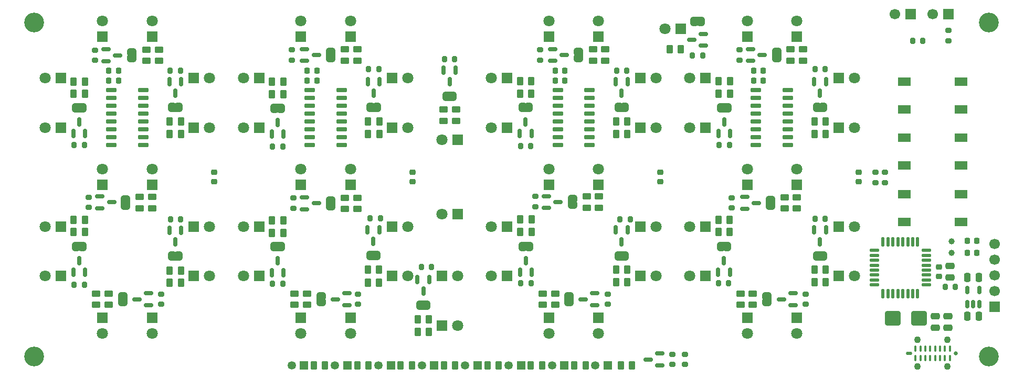
<source format=gbr>
%TF.GenerationSoftware,KiCad,Pcbnew,9.0.6-9.0.6~ubuntu24.04.1*%
%TF.CreationDate,2025-12-13T15:08:55+01:00*%
%TF.ProjectId,7_seg_led_tht_3mm,375f7365-675f-46c6-9564-5f7468745f33,1.0*%
%TF.SameCoordinates,Original*%
%TF.FileFunction,Soldermask,Bot*%
%TF.FilePolarity,Negative*%
%FSLAX46Y46*%
G04 Gerber Fmt 4.6, Leading zero omitted, Abs format (unit mm)*
G04 Created by KiCad (PCBNEW 9.0.6-9.0.6~ubuntu24.04.1) date 2025-12-13 15:08:55*
%MOMM*%
%LPD*%
G01*
G04 APERTURE LIST*
G04 Aperture macros list*
%AMRoundRect*
0 Rectangle with rounded corners*
0 $1 Rounding radius*
0 $2 $3 $4 $5 $6 $7 $8 $9 X,Y pos of 4 corners*
0 Add a 4 corners polygon primitive as box body*
4,1,4,$2,$3,$4,$5,$6,$7,$8,$9,$2,$3,0*
0 Add four circle primitives for the rounded corners*
1,1,$1+$1,$2,$3*
1,1,$1+$1,$4,$5*
1,1,$1+$1,$6,$7*
1,1,$1+$1,$8,$9*
0 Add four rect primitives between the rounded corners*
20,1,$1+$1,$2,$3,$4,$5,0*
20,1,$1+$1,$4,$5,$6,$7,0*
20,1,$1+$1,$6,$7,$8,$9,0*
20,1,$1+$1,$8,$9,$2,$3,0*%
%AMFreePoly0*
4,1,23,0.500000,-0.750000,0.000000,-0.750000,0.000000,-0.745722,-0.065263,-0.745722,-0.191342,-0.711940,-0.304381,-0.646677,-0.396677,-0.554381,-0.461940,-0.441342,-0.495722,-0.315263,-0.495722,-0.250000,-0.500000,-0.250000,-0.500000,0.250000,-0.495722,0.250000,-0.495722,0.315263,-0.461940,0.441342,-0.396677,0.554381,-0.304381,0.646677,-0.191342,0.711940,-0.065263,0.745722,0.000000,0.745722,
0.000000,0.750000,0.500000,0.750000,0.500000,-0.750000,0.500000,-0.750000,$1*%
%AMFreePoly1*
4,1,23,0.000000,0.745722,0.065263,0.745722,0.191342,0.711940,0.304381,0.646677,0.396677,0.554381,0.461940,0.441342,0.495722,0.315263,0.495722,0.250000,0.500000,0.250000,0.500000,-0.250000,0.495722,-0.250000,0.495722,-0.315263,0.461940,-0.441342,0.396677,-0.554381,0.304381,-0.646677,0.191342,-0.711940,0.065263,-0.745722,0.000000,-0.745722,0.000000,-0.750000,-0.500000,-0.750000,
-0.500000,0.750000,0.000000,0.750000,0.000000,0.745722,0.000000,0.745722,$1*%
G04 Aperture macros list end*
%ADD10R,1.700000X1.700000*%
%ADD11C,1.700000*%
%ADD12C,1.000000*%
%ADD13R,1.800000X1.800000*%
%ADD14C,1.800000*%
%ADD15R,1.350000X1.350000*%
%ADD16C,1.350000*%
%ADD17RoundRect,0.225000X-0.250000X0.225000X-0.250000X-0.225000X0.250000X-0.225000X0.250000X0.225000X0*%
%ADD18FreePoly0,270.000000*%
%ADD19FreePoly1,270.000000*%
%ADD20RoundRect,0.225000X0.225000X0.250000X-0.225000X0.250000X-0.225000X-0.250000X0.225000X-0.250000X0*%
%ADD21RoundRect,0.250000X0.262500X0.450000X-0.262500X0.450000X-0.262500X-0.450000X0.262500X-0.450000X0*%
%ADD22RoundRect,0.250000X1.000000X0.900000X-1.000000X0.900000X-1.000000X-0.900000X1.000000X-0.900000X0*%
%ADD23RoundRect,0.250000X-0.250000X-0.475000X0.250000X-0.475000X0.250000X0.475000X-0.250000X0.475000X0*%
%ADD24RoundRect,0.200000X-0.200000X-0.275000X0.200000X-0.275000X0.200000X0.275000X-0.200000X0.275000X0*%
%ADD25RoundRect,0.250000X-0.262500X-0.450000X0.262500X-0.450000X0.262500X0.450000X-0.262500X0.450000X0*%
%ADD26FreePoly0,90.000000*%
%ADD27FreePoly1,90.000000*%
%ADD28RoundRect,0.250000X-0.450000X0.262500X-0.450000X-0.262500X0.450000X-0.262500X0.450000X0.262500X0*%
%ADD29RoundRect,0.250000X0.450000X-0.262500X0.450000X0.262500X-0.450000X0.262500X-0.450000X-0.262500X0*%
%ADD30R,2.100000X1.400000*%
%ADD31FreePoly0,0.000000*%
%ADD32FreePoly1,0.000000*%
%ADD33C,0.660000*%
%ADD34O,1.000000X0.580000*%
%ADD35RoundRect,0.075000X0.075000X0.425000X-0.075000X0.425000X-0.075000X-0.425000X0.075000X-0.425000X0*%
%ADD36C,1.100000*%
%ADD37FreePoly0,180.000000*%
%ADD38FreePoly1,180.000000*%
%ADD39RoundRect,0.200000X0.275000X-0.200000X0.275000X0.200000X-0.275000X0.200000X-0.275000X-0.200000X0*%
%ADD40RoundRect,0.250000X-0.475000X0.250000X-0.475000X-0.250000X0.475000X-0.250000X0.475000X0.250000X0*%
%ADD41RoundRect,0.150000X0.150000X-0.587500X0.150000X0.587500X-0.150000X0.587500X-0.150000X-0.587500X0*%
%ADD42RoundRect,0.200000X0.200000X0.275000X-0.200000X0.275000X-0.200000X-0.275000X0.200000X-0.275000X0*%
%ADD43RoundRect,0.150000X0.725000X0.150000X-0.725000X0.150000X-0.725000X-0.150000X0.725000X-0.150000X0*%
%ADD44RoundRect,0.150000X0.587500X0.150000X-0.587500X0.150000X-0.587500X-0.150000X0.587500X-0.150000X0*%
%ADD45RoundRect,0.150000X-0.150000X0.587500X-0.150000X-0.587500X0.150000X-0.587500X0.150000X0.587500X0*%
%ADD46RoundRect,0.225000X-0.225000X-0.250000X0.225000X-0.250000X0.225000X0.250000X-0.225000X0.250000X0*%
%ADD47RoundRect,0.200000X-0.275000X0.200000X-0.275000X-0.200000X0.275000X-0.200000X0.275000X0.200000X0*%
%ADD48RoundRect,0.150000X0.150000X-0.512500X0.150000X0.512500X-0.150000X0.512500X-0.150000X-0.512500X0*%
%ADD49RoundRect,0.150000X-0.587500X-0.150000X0.587500X-0.150000X0.587500X0.150000X-0.587500X0.150000X0*%
%ADD50C,3.200000*%
%ADD51RoundRect,0.250000X0.250000X0.475000X-0.250000X0.475000X-0.250000X-0.475000X0.250000X-0.475000X0*%
%ADD52RoundRect,0.125000X0.625000X0.125000X-0.625000X0.125000X-0.625000X-0.125000X0.625000X-0.125000X0*%
%ADD53RoundRect,0.125000X0.125000X0.625000X-0.125000X0.625000X-0.125000X-0.625000X0.125000X-0.625000X0*%
G04 APERTURE END LIST*
%TO.C,JP6*%
G36*
X195450000Y-112600000D02*
G01*
X196950000Y-112600000D01*
X196950000Y-112900000D01*
X195450000Y-112900000D01*
X195450000Y-112600000D01*
G37*
%TO.C,JP27*%
G36*
X94500000Y-73450000D02*
G01*
X93000000Y-73450000D01*
X93000000Y-73150000D01*
X94500000Y-73150000D01*
X94500000Y-73450000D01*
G37*
%TO.C,JP20*%
G36*
X132600000Y-82500000D02*
G01*
X132900000Y-82500000D01*
X132900000Y-81000000D01*
X132600000Y-81000000D01*
X132600000Y-82500000D01*
G37*
%TO.C,JP32*%
G36*
X85400000Y-81050000D02*
G01*
X85100000Y-81050000D01*
X85100000Y-82550000D01*
X85400000Y-82550000D01*
X85400000Y-81050000D01*
G37*
%TO.C,JP9*%
G36*
X197525000Y-97325000D02*
G01*
X196025000Y-97325000D01*
X196025000Y-97025000D01*
X197525000Y-97025000D01*
X197525000Y-97325000D01*
G37*
%TO.C,JP14*%
G36*
X163500000Y-112600000D02*
G01*
X165000000Y-112600000D01*
X165000000Y-112900000D01*
X163500000Y-112900000D01*
X163500000Y-112600000D01*
G37*
%TO.C,JP3*%
G36*
X198500000Y-73400000D02*
G01*
X197000000Y-73400000D01*
X197000000Y-73100000D01*
X198500000Y-73100000D01*
X198500000Y-73400000D01*
G37*
%TO.C,JP26*%
G36*
X140600000Y-114500000D02*
G01*
X140900000Y-114500000D01*
X140900000Y-113000000D01*
X140600000Y-113000000D01*
X140600000Y-114500000D01*
G37*
%TO.C,JP33*%
G36*
X93475000Y-97275000D02*
G01*
X91975000Y-97275000D01*
X91975000Y-96975000D01*
X93475000Y-96975000D01*
X93475000Y-97275000D01*
G37*
%TO.C,JP17*%
G36*
X165550000Y-97175000D02*
G01*
X164050000Y-97175000D01*
X164050000Y-96875000D01*
X165550000Y-96875000D01*
X165550000Y-97175000D01*
G37*
%TO.C,JP24*%
G36*
X117400000Y-81100000D02*
G01*
X117100000Y-81100000D01*
X117100000Y-82600000D01*
X117400000Y-82600000D01*
X117400000Y-81100000D01*
G37*
%TO.C,JP19*%
G36*
X126550000Y-73400000D02*
G01*
X125050000Y-73400000D01*
X125050000Y-73100000D01*
X126550000Y-73100000D01*
X126550000Y-73400000D01*
G37*
%TO.C,JP30*%
G36*
X91500000Y-112600000D02*
G01*
X93000000Y-112600000D01*
X93000000Y-112900000D01*
X91500000Y-112900000D01*
X91500000Y-112600000D01*
G37*
%TO.C,JP31*%
G36*
X85400000Y-103450000D02*
G01*
X85100000Y-103450000D01*
X85100000Y-104950000D01*
X85400000Y-104950000D01*
X85400000Y-103450000D01*
G37*
%TO.C,JP23*%
G36*
X117400000Y-103500000D02*
G01*
X117100000Y-103500000D01*
X117100000Y-105000000D01*
X117400000Y-105000000D01*
X117400000Y-103500000D01*
G37*
%TO.C,JP8*%
G36*
X189450000Y-81050000D02*
G01*
X189150000Y-81050000D01*
X189150000Y-82550000D01*
X189450000Y-82550000D01*
X189450000Y-81050000D01*
G37*
%TO.C,JP18*%
G36*
X144850000Y-80700000D02*
G01*
X145150000Y-80700000D01*
X145150000Y-79200000D01*
X144850000Y-79200000D01*
X144850000Y-80700000D01*
G37*
%TO.C,JP29*%
G36*
X100600000Y-106550000D02*
G01*
X100900000Y-106550000D01*
X100900000Y-105050000D01*
X100600000Y-105050000D01*
X100600000Y-106550000D01*
G37*
%TO.C,JP5*%
G36*
X204600000Y-106500000D02*
G01*
X204900000Y-106500000D01*
X204900000Y-105000000D01*
X204600000Y-105000000D01*
X204600000Y-106500000D01*
G37*
%TO.C,JP16*%
G36*
X157400000Y-81000000D02*
G01*
X157100000Y-81000000D01*
X157100000Y-82500000D01*
X157400000Y-82500000D01*
X157400000Y-81000000D01*
G37*
%TO.C,JP13*%
G36*
X172600000Y-106500000D02*
G01*
X172900000Y-106500000D01*
X172900000Y-105000000D01*
X172600000Y-105000000D01*
X172600000Y-106500000D01*
G37*
%TO.C,JP28*%
G36*
X100600000Y-82500000D02*
G01*
X100900000Y-82500000D01*
X100900000Y-81000000D01*
X100600000Y-81000000D01*
X100600000Y-82500000D01*
G37*
%TO.C,JP12*%
G36*
X172600000Y-82500000D02*
G01*
X172900000Y-82500000D01*
X172900000Y-81000000D01*
X172600000Y-81000000D01*
X172600000Y-82500000D01*
G37*
%TO.C,JP25*%
G36*
X126550000Y-97400000D02*
G01*
X125050000Y-97400000D01*
X125050000Y-97100000D01*
X126550000Y-97100000D01*
X126550000Y-97400000D01*
G37*
%TO.C,JP7*%
G36*
X189400000Y-103450000D02*
G01*
X189100000Y-103450000D01*
X189100000Y-104950000D01*
X189400000Y-104950000D01*
X189400000Y-103450000D01*
G37*
%TO.C,JP10*%
G36*
X185150000Y-67050000D02*
G01*
X184850000Y-67050000D01*
X184850000Y-68550000D01*
X185150000Y-68550000D01*
X185150000Y-67050000D01*
G37*
%TO.C,JP4*%
G36*
X204600000Y-82500000D02*
G01*
X204900000Y-82500000D01*
X204900000Y-81000000D01*
X204600000Y-81000000D01*
X204600000Y-82500000D01*
G37*
%TO.C,JP11*%
G36*
X166550000Y-73400000D02*
G01*
X165050000Y-73400000D01*
X165050000Y-73100000D01*
X166550000Y-73100000D01*
X166550000Y-73400000D01*
G37*
%TO.C,JP22*%
G36*
X123500000Y-112600000D02*
G01*
X125000000Y-112600000D01*
X125000000Y-112900000D01*
X123500000Y-112900000D01*
X123500000Y-112600000D01*
G37*
%TO.C,JP21*%
G36*
X132550000Y-106450000D02*
G01*
X132850000Y-106450000D01*
X132850000Y-104950000D01*
X132550000Y-104950000D01*
X132550000Y-106450000D01*
G37*
%TO.C,JP15*%
G36*
X157450000Y-103450000D02*
G01*
X157150000Y-103450000D01*
X157150000Y-104950000D01*
X157450000Y-104950000D01*
X157450000Y-103450000D01*
G37*
%TD*%
D10*
%TO.C,J5*%
X232900004Y-113979932D03*
D11*
X232900004Y-111439932D03*
X232900004Y-108899932D03*
X232900004Y-106359932D03*
X232900004Y-103819932D03*
%TD*%
D12*
%TO.C,Y1*%
X225929590Y-103367291D03*
X225929590Y-105267291D03*
%TD*%
D13*
%TO.C,D5*%
X207730000Y-77000000D03*
D14*
X210270000Y-77000000D03*
%TD*%
D13*
%TO.C,D47*%
X121000000Y-94270000D03*
D14*
X121000000Y-91730000D03*
%TD*%
D13*
%TO.C,D44*%
X114270000Y-101000000D03*
D14*
X111730000Y-101000000D03*
%TD*%
D13*
%TO.C,D28*%
X154270000Y-109000000D03*
D14*
X151730000Y-109000000D03*
%TD*%
D13*
%TO.C,D23*%
X175730000Y-109000000D03*
D14*
X178270000Y-109000000D03*
%TD*%
D13*
%TO.C,D30*%
X154270000Y-85000000D03*
D14*
X151730000Y-85000000D03*
%TD*%
D13*
%TO.C,D17*%
X182270000Y-69000000D03*
D14*
X179730000Y-69000000D03*
%TD*%
D13*
%TO.C,D42*%
X129000000Y-115730000D03*
D14*
X129000000Y-118270000D03*
%TD*%
D15*
%TO.C,D68*%
X135500000Y-123500000D03*
D16*
X133500000Y-123500000D03*
%TD*%
D13*
%TO.C,D20*%
X161000000Y-70270000D03*
D14*
X161000000Y-67730000D03*
%TD*%
D13*
%TO.C,D49*%
X143730000Y-109000000D03*
D14*
X146270000Y-109000000D03*
%TD*%
D15*
%TO.C,D67*%
X128500000Y-123500000D03*
D16*
X126500000Y-123500000D03*
%TD*%
D13*
%TO.C,D54*%
X103730000Y-85000000D03*
D14*
X106270000Y-85000000D03*
%TD*%
D13*
%TO.C,D11*%
X186270000Y-101000000D03*
D14*
X183730000Y-101000000D03*
%TD*%
D13*
%TO.C,D16*%
X201000000Y-94270000D03*
D14*
X201000000Y-91730000D03*
%TD*%
D13*
%TO.C,D63*%
X89000000Y-94270000D03*
D14*
X89000000Y-91730000D03*
%TD*%
D13*
%TO.C,D27*%
X154270000Y-101000000D03*
D14*
X151730000Y-101000000D03*
%TD*%
D13*
%TO.C,D46*%
X114270000Y-77000000D03*
D14*
X111730000Y-77000000D03*
%TD*%
D13*
%TO.C,D12*%
X186270000Y-109000000D03*
D14*
X183730000Y-109000000D03*
%TD*%
D13*
%TO.C,D33*%
X146270000Y-99000000D03*
D14*
X143730000Y-99000000D03*
%TD*%
D13*
%TO.C,D8*%
X207730000Y-109000000D03*
D14*
X210270000Y-109000000D03*
%TD*%
D13*
%TO.C,D39*%
X135730000Y-109000000D03*
D14*
X138270000Y-109000000D03*
%TD*%
D13*
%TO.C,D45*%
X114270000Y-85000000D03*
D14*
X111730000Y-85000000D03*
%TD*%
D13*
%TO.C,D55*%
X103730000Y-109000000D03*
D14*
X106270000Y-109000000D03*
%TD*%
D13*
%TO.C,D25*%
X169000000Y-115730000D03*
D14*
X169000000Y-118270000D03*
%TD*%
D13*
%TO.C,D52*%
X89000000Y-70270000D03*
D14*
X89000000Y-67730000D03*
%TD*%
D13*
%TO.C,D59*%
X82270000Y-101000000D03*
D14*
X79730000Y-101000000D03*
%TD*%
D15*
%TO.C,D72*%
X170500000Y-123500000D03*
D16*
X168500000Y-123500000D03*
%TD*%
D13*
%TO.C,D34*%
X146270000Y-87000000D03*
D14*
X143730000Y-87000000D03*
%TD*%
D13*
%TO.C,D22*%
X175730000Y-85000000D03*
D14*
X178270000Y-85000000D03*
%TD*%
D13*
%TO.C,D38*%
X135730000Y-77000000D03*
D14*
X138270000Y-77000000D03*
%TD*%
D13*
%TO.C,D15*%
X193000000Y-94270000D03*
D14*
X193000000Y-91730000D03*
%TD*%
D13*
%TO.C,D43*%
X114270000Y-109000000D03*
D14*
X111730000Y-109000000D03*
%TD*%
D13*
%TO.C,D4*%
X201000000Y-70270000D03*
D14*
X201000000Y-67730000D03*
%TD*%
D13*
%TO.C,D36*%
X129000000Y-70270000D03*
D14*
X129000000Y-67730000D03*
%TD*%
D13*
%TO.C,D21*%
X175730000Y-77000000D03*
D14*
X178270000Y-77000000D03*
%TD*%
D13*
%TO.C,D53*%
X103730000Y-77000000D03*
D14*
X106270000Y-77000000D03*
%TD*%
D13*
%TO.C,D31*%
X161000000Y-94270000D03*
D14*
X161000000Y-91730000D03*
%TD*%
D13*
%TO.C,D40*%
X135730000Y-101000000D03*
D14*
X138270000Y-101000000D03*
%TD*%
D13*
%TO.C,D13*%
X186270000Y-77000000D03*
D14*
X183730000Y-77000000D03*
%TD*%
D15*
%TO.C,D71*%
X156500000Y-123500000D03*
D16*
X154500000Y-123500000D03*
%TD*%
D13*
%TO.C,D41*%
X121000000Y-115730000D03*
D14*
X121000000Y-118270000D03*
%TD*%
D13*
%TO.C,D6*%
X207730000Y-85000000D03*
D14*
X210270000Y-85000000D03*
%TD*%
D13*
%TO.C,D61*%
X82270000Y-77000000D03*
D14*
X79730000Y-77000000D03*
%TD*%
D15*
%TO.C,D2*%
X121500000Y-123500000D03*
D16*
X119500000Y-123500000D03*
%TD*%
D13*
%TO.C,D56*%
X103730000Y-101000000D03*
D14*
X106270000Y-101000000D03*
%TD*%
D13*
%TO.C,D35*%
X121000000Y-70270000D03*
D14*
X121000000Y-67730000D03*
%TD*%
D13*
%TO.C,D3*%
X193000000Y-70270000D03*
D14*
X193000000Y-67730000D03*
%TD*%
D13*
%TO.C,D37*%
X135730000Y-85000000D03*
D14*
X138270000Y-85000000D03*
%TD*%
D13*
%TO.C,D48*%
X129000000Y-94270000D03*
D14*
X129000000Y-91730000D03*
%TD*%
D13*
%TO.C,D10*%
X201000000Y-115730000D03*
D14*
X201000000Y-118270000D03*
%TD*%
D15*
%TO.C,D69*%
X142500000Y-123500000D03*
D16*
X140500000Y-123500000D03*
%TD*%
D13*
%TO.C,D29*%
X154270000Y-77000000D03*
D14*
X151730000Y-77000000D03*
%TD*%
D13*
%TO.C,D58*%
X97000000Y-115730000D03*
D14*
X97000000Y-118270000D03*
%TD*%
D13*
%TO.C,D60*%
X82270000Y-109000000D03*
D14*
X79730000Y-109000000D03*
%TD*%
D13*
%TO.C,D19*%
X169000000Y-70270000D03*
D14*
X169000000Y-67730000D03*
%TD*%
D13*
%TO.C,D14*%
X186270000Y-85000000D03*
D14*
X183730000Y-85000000D03*
%TD*%
D13*
%TO.C,D7*%
X207730000Y-101000000D03*
D14*
X210270000Y-101000000D03*
%TD*%
D13*
%TO.C,D24*%
X175730000Y-101000000D03*
D14*
X178270000Y-101000000D03*
%TD*%
D13*
%TO.C,D51*%
X97000000Y-70270000D03*
D14*
X97000000Y-67730000D03*
%TD*%
D13*
%TO.C,D9*%
X193000000Y-115730000D03*
D14*
X193000000Y-118270000D03*
%TD*%
D13*
%TO.C,D57*%
X89000000Y-115730000D03*
D14*
X89000000Y-118270000D03*
%TD*%
D15*
%TO.C,D70*%
X149500000Y-123500000D03*
D16*
X147500000Y-123500000D03*
%TD*%
D13*
%TO.C,D50*%
X143730000Y-117000000D03*
D14*
X146270000Y-117000000D03*
%TD*%
D13*
%TO.C,D26*%
X161000000Y-115730000D03*
D14*
X161000000Y-118270000D03*
%TD*%
D15*
%TO.C,D73*%
X163500000Y-123500000D03*
D16*
X161500000Y-123500000D03*
%TD*%
D13*
%TO.C,D64*%
X97000000Y-94270000D03*
D14*
X97000000Y-91730000D03*
%TD*%
D13*
%TO.C,D32*%
X169000000Y-94270000D03*
D14*
X169000000Y-91730000D03*
%TD*%
D13*
%TO.C,D62*%
X82270000Y-85000000D03*
D14*
X79730000Y-85000000D03*
%TD*%
D17*
%TO.C,C19*%
X179000000Y-92225000D03*
X179000000Y-93775000D03*
%TD*%
D18*
%TO.C,JP6*%
X196200000Y-112100000D03*
D19*
X196200000Y-113400000D03*
%TD*%
D20*
%TO.C,C15*%
X123575000Y-77400000D03*
X122025000Y-77400000D03*
%TD*%
D21*
%TO.C,R66*%
X118162500Y-102000000D03*
X116337500Y-102000000D03*
%TD*%
D22*
%TO.C,D1*%
X220750000Y-115800000D03*
X216450000Y-115800000D03*
%TD*%
D23*
%TO.C,C3*%
X228500000Y-115500000D03*
X230400000Y-115500000D03*
%TD*%
D24*
%TO.C,R35*%
X172475000Y-99800000D03*
X174125000Y-99800000D03*
%TD*%
D25*
%TO.C,R12*%
X203837500Y-108000000D03*
X205662500Y-108000000D03*
%TD*%
D17*
%TO.C,C18*%
X211000000Y-92225000D03*
X211000000Y-93775000D03*
%TD*%
D26*
%TO.C,JP27*%
X93750000Y-73950000D03*
D27*
X93750000Y-72650000D03*
%TD*%
D28*
%TO.C,R52*%
X144000000Y-82087500D03*
X144000000Y-83912500D03*
%TD*%
D20*
%TO.C,C16*%
X91575000Y-75800000D03*
X90025000Y-75800000D03*
%TD*%
D21*
%TO.C,R69*%
X118162500Y-79600000D03*
X116337500Y-79600000D03*
%TD*%
D29*
%TO.C,R97*%
X97025000Y-98037500D03*
X97025000Y-96212500D03*
%TD*%
D21*
%TO.C,R19*%
X190162500Y-101900000D03*
X188337500Y-101900000D03*
%TD*%
D30*
%TO.C,SW3*%
X218350000Y-100250000D03*
X227450000Y-100250000D03*
X218350000Y-95750000D03*
X227450000Y-95750000D03*
%TD*%
D31*
%TO.C,JP20*%
X132100000Y-81750000D03*
D32*
X133400000Y-81750000D03*
%TD*%
D33*
%TO.C,J1*%
X226640000Y-121500000D03*
D34*
X219140000Y-121500000D03*
D35*
X225670000Y-120740000D03*
X224880000Y-120740000D03*
X224090000Y-120740000D03*
X223300000Y-120740000D03*
X222510000Y-120740000D03*
X221720000Y-120740000D03*
X220930000Y-120740000D03*
X220140000Y-120740000D03*
X220140000Y-122260000D03*
X220930000Y-122260000D03*
X221720000Y-122260000D03*
X222510000Y-122260000D03*
X223300000Y-122260000D03*
X224090000Y-122260000D03*
X224880000Y-122260000D03*
X225670000Y-122260000D03*
D36*
X225290000Y-123650000D03*
X225290000Y-119350000D03*
X220490000Y-123650000D03*
X220490000Y-119350000D03*
%TD*%
D37*
%TO.C,JP32*%
X85900000Y-81800000D03*
D38*
X84600000Y-81800000D03*
%TD*%
D39*
%TO.C,R6*%
X191750000Y-74075000D03*
X191750000Y-72425000D03*
%TD*%
D26*
%TO.C,JP9*%
X196775000Y-97825000D03*
D27*
X196775000Y-96525000D03*
%TD*%
D40*
%TO.C,C2*%
X225400000Y-115500000D03*
X225400000Y-117400000D03*
%TD*%
D20*
%TO.C,C14*%
X123575000Y-75800000D03*
X122025000Y-75800000D03*
%TD*%
D41*
%TO.C,Q22*%
X118200000Y-86037500D03*
X116300000Y-86037500D03*
X117250000Y-84162500D03*
%TD*%
D28*
%TO.C,R16*%
X193900000Y-111837500D03*
X193900000Y-113662500D03*
%TD*%
D21*
%TO.C,R22*%
X190212500Y-79500000D03*
X188387500Y-79500000D03*
%TD*%
D42*
%TO.C,R17*%
X190025000Y-110200000D03*
X188375000Y-110200000D03*
%TD*%
D18*
%TO.C,JP14*%
X164250000Y-112100000D03*
D19*
X164250000Y-113400000D03*
%TD*%
D28*
%TO.C,R87*%
X88000000Y-111837500D03*
X88000000Y-113662500D03*
%TD*%
D17*
%TO.C,C9*%
X223900000Y-107525000D03*
X223900000Y-109075000D03*
%TD*%
D26*
%TO.C,JP3*%
X197750000Y-73900000D03*
D27*
X197750000Y-72600000D03*
%TD*%
D43*
%TO.C,U4*%
X167575000Y-78955000D03*
X167575000Y-80225000D03*
X167575000Y-81495000D03*
X167575000Y-82765000D03*
X167575000Y-84035000D03*
X167575000Y-85305000D03*
X167575000Y-86575000D03*
X167575000Y-87845000D03*
X162425000Y-87845000D03*
X162425000Y-86575000D03*
X162425000Y-85305000D03*
X162425000Y-84035000D03*
X162425000Y-82765000D03*
X162425000Y-81495000D03*
X162425000Y-80225000D03*
X162425000Y-78955000D03*
%TD*%
D44*
%TO.C,Q8*%
X185937500Y-69850000D03*
X185937500Y-71750000D03*
X184062500Y-70800000D03*
%TD*%
D45*
%TO.C,Q10*%
X171800000Y-77562500D03*
X173700000Y-77562500D03*
X172750000Y-79437500D03*
%TD*%
D24*
%TO.C,R56*%
X131925000Y-75500000D03*
X133575000Y-75500000D03*
%TD*%
D25*
%TO.C,R58*%
X131837500Y-84000000D03*
X133662500Y-84000000D03*
%TD*%
D45*
%TO.C,Q11*%
X171800000Y-101562500D03*
X173700000Y-101562500D03*
X172750000Y-103437500D03*
%TD*%
D28*
%TO.C,R64*%
X122000000Y-111837500D03*
X122000000Y-113662500D03*
%TD*%
D24*
%TO.C,R80*%
X99925000Y-75750000D03*
X101575000Y-75750000D03*
%TD*%
D21*
%TO.C,R27*%
X182312500Y-72300000D03*
X180487500Y-72300000D03*
%TD*%
D41*
%TO.C,Q21*%
X118200000Y-108437500D03*
X116300000Y-108437500D03*
X117250000Y-106562500D03*
%TD*%
D29*
%TO.C,R29*%
X170100000Y-74162500D03*
X170100000Y-72337500D03*
%TD*%
D42*
%TO.C,R89*%
X86075000Y-110450000D03*
X84425000Y-110450000D03*
%TD*%
D31*
%TO.C,JP26*%
X140100000Y-113750000D03*
D32*
X141400000Y-113750000D03*
%TD*%
D42*
%TO.C,R92*%
X86075000Y-87800000D03*
X84425000Y-87800000D03*
%TD*%
D46*
%TO.C,C7*%
X228504594Y-105267291D03*
X230054594Y-105267291D03*
%TD*%
D26*
%TO.C,JP33*%
X92725000Y-97775000D03*
D27*
X92725000Y-96475000D03*
%TD*%
D47*
%TO.C,R86*%
X98500000Y-111925000D03*
X98500000Y-113575000D03*
%TD*%
D44*
%TO.C,Q4*%
X200387500Y-111800000D03*
X200387500Y-113700000D03*
X198512500Y-112750000D03*
%TD*%
D28*
%TO.C,R51*%
X146000000Y-82087500D03*
X146000000Y-83912500D03*
%TD*%
D26*
%TO.C,JP17*%
X164800000Y-97675000D03*
D27*
X164800000Y-96375000D03*
%TD*%
D40*
%TO.C,C1*%
X223350000Y-115500000D03*
X223350000Y-117400000D03*
%TD*%
D37*
%TO.C,JP24*%
X117900000Y-81850000D03*
D38*
X116600000Y-81850000D03*
%TD*%
D25*
%TO.C,R33*%
X171837500Y-84000000D03*
X173662500Y-84000000D03*
%TD*%
D48*
%TO.C,U1*%
X230412500Y-113537500D03*
X229462500Y-113537500D03*
X228512500Y-113537500D03*
X228512500Y-111262500D03*
X230412500Y-111262500D03*
%TD*%
D25*
%TO.C,R13*%
X203837500Y-110000000D03*
X205662500Y-110000000D03*
%TD*%
%TO.C,R81*%
X99837500Y-84000000D03*
X101662500Y-84000000D03*
%TD*%
D26*
%TO.C,JP19*%
X125800000Y-73900000D03*
D27*
X125800000Y-72600000D03*
%TD*%
D20*
%TO.C,C13*%
X163575000Y-77400000D03*
X162025000Y-77400000D03*
%TD*%
D28*
%TO.C,R63*%
X120000000Y-111837500D03*
X120000000Y-113662500D03*
%TD*%
D18*
%TO.C,JP30*%
X92250000Y-112100000D03*
D19*
X92250000Y-113400000D03*
%TD*%
D25*
%TO.C,R76*%
X139837500Y-118000000D03*
X141662500Y-118000000D03*
%TD*%
D30*
%TO.C,SW1*%
X218350000Y-82050000D03*
X227450000Y-82050000D03*
X218350000Y-77550000D03*
X227450000Y-77550000D03*
%TD*%
D42*
%TO.C,R44*%
X158075000Y-88000000D03*
X156425000Y-88000000D03*
%TD*%
D44*
%TO.C,Q28*%
X96437500Y-111800000D03*
X96437500Y-113700000D03*
X94562500Y-112750000D03*
%TD*%
D45*
%TO.C,Q26*%
X99800000Y-77562500D03*
X101700000Y-77562500D03*
X100750000Y-79437500D03*
%TD*%
D39*
%TO.C,R71*%
X119800000Y-98025000D03*
X119800000Y-96375000D03*
%TD*%
D37*
%TO.C,JP31*%
X85900000Y-104200000D03*
D38*
X84600000Y-104200000D03*
%TD*%
D21*
%TO.C,R93*%
X86162500Y-77550000D03*
X84337500Y-77550000D03*
%TD*%
D25*
%TO.C,R34*%
X171837500Y-86000000D03*
X173662500Y-86000000D03*
%TD*%
D43*
%TO.C,U3*%
X199575000Y-78955000D03*
X199575000Y-80225000D03*
X199575000Y-81495000D03*
X199575000Y-82765000D03*
X199575000Y-84035000D03*
X199575000Y-85305000D03*
X199575000Y-86575000D03*
X199575000Y-87845000D03*
X194425000Y-87845000D03*
X194425000Y-86575000D03*
X194425000Y-85305000D03*
X194425000Y-84035000D03*
X194425000Y-82765000D03*
X194425000Y-81495000D03*
X194425000Y-80225000D03*
X194425000Y-78955000D03*
%TD*%
D29*
%TO.C,R24*%
X199025000Y-98087500D03*
X199025000Y-96262500D03*
%TD*%
%TO.C,R48*%
X167100000Y-97937500D03*
X167100000Y-96112500D03*
%TD*%
D49*
%TO.C,Q31*%
X88587500Y-98025000D03*
X88587500Y-96125000D03*
X90462500Y-97075000D03*
%TD*%
D47*
%TO.C,R38*%
X170500000Y-111925000D03*
X170500000Y-113575000D03*
%TD*%
D28*
%TO.C,R15*%
X191900000Y-111837500D03*
X191900000Y-113662500D03*
%TD*%
D25*
%TO.C,R61*%
X131787500Y-108000000D03*
X133612500Y-108000000D03*
%TD*%
D24*
%TO.C,R74*%
X140450000Y-107525000D03*
X142100000Y-107525000D03*
%TD*%
D39*
%TO.C,R30*%
X159550000Y-74075000D03*
X159550000Y-72425000D03*
%TD*%
D28*
%TO.C,R39*%
X162050000Y-111837500D03*
X162050000Y-113662500D03*
%TD*%
D24*
%TO.C,R59*%
X132175000Y-99700000D03*
X133825000Y-99700000D03*
%TD*%
D25*
%TO.C,R106*%
X158087500Y-123500000D03*
X159912500Y-123500000D03*
%TD*%
%TO.C,R105*%
X151087500Y-123500000D03*
X152912500Y-123500000D03*
%TD*%
%TO.C,R60*%
X131787500Y-110050000D03*
X133612500Y-110050000D03*
%TD*%
D43*
%TO.C,U6*%
X95575000Y-78955000D03*
X95575000Y-80225000D03*
X95575000Y-81495000D03*
X95575000Y-82765000D03*
X95575000Y-84035000D03*
X95575000Y-85305000D03*
X95575000Y-86575000D03*
X95575000Y-87845000D03*
X90425000Y-87845000D03*
X90425000Y-86575000D03*
X90425000Y-85305000D03*
X90425000Y-84035000D03*
X90425000Y-82765000D03*
X90425000Y-81495000D03*
X90425000Y-80225000D03*
X90425000Y-78955000D03*
%TD*%
D29*
%TO.C,R73*%
X130100000Y-98162500D03*
X130100000Y-96337500D03*
%TD*%
D37*
%TO.C,JP23*%
X117900000Y-104250000D03*
D38*
X116600000Y-104250000D03*
%TD*%
D25*
%TO.C,R103*%
X137087500Y-123500000D03*
X138912500Y-123500000D03*
%TD*%
D49*
%TO.C,Q1*%
X193562500Y-74200000D03*
X193562500Y-72300000D03*
X195437500Y-73250000D03*
%TD*%
D29*
%TO.C,R96*%
X95025000Y-98037500D03*
X95025000Y-96212500D03*
%TD*%
D50*
%TO.C,H2*%
X232000004Y-67999932D03*
%TD*%
D47*
%TO.C,R109*%
X180937500Y-121675000D03*
X180937500Y-123325000D03*
%TD*%
D39*
%TO.C,R111*%
X213700000Y-93875000D03*
X213700000Y-92225000D03*
%TD*%
D41*
%TO.C,Q5*%
X190200000Y-108387500D03*
X188300000Y-108387500D03*
X189250000Y-106512500D03*
%TD*%
D10*
%TO.C,J3*%
X219350000Y-66675000D03*
D11*
X216810000Y-66675000D03*
%TD*%
D49*
%TO.C,Q17*%
X121612500Y-74200000D03*
X121612500Y-72300000D03*
X123487500Y-73250000D03*
%TD*%
D37*
%TO.C,JP8*%
X189950000Y-81800000D03*
D38*
X188650000Y-81800000D03*
%TD*%
D42*
%TO.C,R20*%
X190125000Y-87800000D03*
X188475000Y-87800000D03*
%TD*%
D49*
%TO.C,Q25*%
X89562500Y-74250000D03*
X89562500Y-72350000D03*
X91437500Y-73300000D03*
%TD*%
D31*
%TO.C,JP18*%
X144350000Y-79950000D03*
D32*
X145650000Y-79950000D03*
%TD*%
D21*
%TO.C,R90*%
X86162500Y-99900000D03*
X84337500Y-99900000D03*
%TD*%
D28*
%TO.C,R88*%
X90000000Y-111837500D03*
X90000000Y-113662500D03*
%TD*%
D10*
%TO.C,J4*%
X225500000Y-66675000D03*
D11*
X222960000Y-66675000D03*
%TD*%
D40*
%TO.C,C8*%
X225750000Y-107350000D03*
X225750000Y-109250000D03*
%TD*%
D49*
%TO.C,Q23*%
X121612500Y-98200000D03*
X121612500Y-96300000D03*
X123487500Y-97250000D03*
%TD*%
D31*
%TO.C,JP29*%
X100100000Y-105800000D03*
D32*
X101400000Y-105800000D03*
%TD*%
D29*
%TO.C,R25*%
X201025000Y-98087500D03*
X201025000Y-96262500D03*
%TD*%
D24*
%TO.C,R8*%
X203925000Y-75500000D03*
X205575000Y-75500000D03*
%TD*%
D31*
%TO.C,JP5*%
X204100000Y-105750000D03*
D32*
X205400000Y-105750000D03*
%TD*%
D25*
%TO.C,R107*%
X172587500Y-123500000D03*
X174412500Y-123500000D03*
%TD*%
D20*
%TO.C,C12*%
X163575000Y-75800000D03*
X162025000Y-75800000D03*
%TD*%
D42*
%TO.C,R41*%
X158125000Y-110200000D03*
X156475000Y-110200000D03*
%TD*%
D28*
%TO.C,R40*%
X160000000Y-111837500D03*
X160000000Y-113662500D03*
%TD*%
D17*
%TO.C,C20*%
X139000000Y-92225000D03*
X139000000Y-93775000D03*
%TD*%
D39*
%TO.C,R95*%
X86775000Y-97900000D03*
X86775000Y-96250000D03*
%TD*%
D41*
%TO.C,Q13*%
X158250000Y-108387500D03*
X156350000Y-108387500D03*
X157300000Y-106512500D03*
%TD*%
D37*
%TO.C,JP16*%
X157900000Y-81750000D03*
D38*
X156600000Y-81750000D03*
%TD*%
D45*
%TO.C,Q19*%
X131750000Y-101512500D03*
X133650000Y-101512500D03*
X132700000Y-103387500D03*
%TD*%
D47*
%TO.C,R14*%
X202450000Y-111925000D03*
X202450000Y-113575000D03*
%TD*%
D39*
%TO.C,R1*%
X225425000Y-70950000D03*
X225425000Y-69300000D03*
%TD*%
D25*
%TO.C,R85*%
X99837500Y-108100000D03*
X101662500Y-108100000D03*
%TD*%
D39*
%TO.C,R78*%
X87750000Y-74125000D03*
X87750000Y-72475000D03*
%TD*%
D49*
%TO.C,Q9*%
X161612500Y-74200000D03*
X161612500Y-72300000D03*
X163487500Y-73250000D03*
%TD*%
D31*
%TO.C,JP13*%
X172100000Y-105750000D03*
D32*
X173400000Y-105750000D03*
%TD*%
D25*
%TO.C,R75*%
X139837500Y-116000000D03*
X141662500Y-116000000D03*
%TD*%
D20*
%TO.C,C17*%
X91575000Y-77400000D03*
X90025000Y-77400000D03*
%TD*%
D24*
%TO.C,R11*%
X203925000Y-99750000D03*
X205575000Y-99750000D03*
%TD*%
D45*
%TO.C,Q2*%
X203800000Y-77562500D03*
X205700000Y-77562500D03*
X204750000Y-79437500D03*
%TD*%
D29*
%TO.C,R55*%
X130100000Y-74162500D03*
X130100000Y-72337500D03*
%TD*%
D41*
%TO.C,Q29*%
X86200000Y-108387500D03*
X84300000Y-108387500D03*
X85250000Y-106512500D03*
%TD*%
D29*
%TO.C,R49*%
X169100000Y-97937500D03*
X169100000Y-96112500D03*
%TD*%
D31*
%TO.C,JP28*%
X100100000Y-81750000D03*
D32*
X101400000Y-81750000D03*
%TD*%
D21*
%TO.C,R43*%
X158212500Y-101900000D03*
X156387500Y-101900000D03*
%TD*%
D45*
%TO.C,Q24*%
X139800000Y-109562500D03*
X141700000Y-109562500D03*
X140750000Y-111437500D03*
%TD*%
D25*
%TO.C,R57*%
X131837500Y-86000000D03*
X133662500Y-86000000D03*
%TD*%
D31*
%TO.C,JP12*%
X172100000Y-81750000D03*
D32*
X173400000Y-81750000D03*
%TD*%
D43*
%TO.C,U5*%
X127575000Y-78955000D03*
X127575000Y-80225000D03*
X127575000Y-81495000D03*
X127575000Y-82765000D03*
X127575000Y-84035000D03*
X127575000Y-85305000D03*
X127575000Y-86575000D03*
X127575000Y-87845000D03*
X122425000Y-87845000D03*
X122425000Y-86575000D03*
X122425000Y-85305000D03*
X122425000Y-84035000D03*
X122425000Y-82765000D03*
X122425000Y-81495000D03*
X122425000Y-80225000D03*
X122425000Y-78955000D03*
%TD*%
D25*
%TO.C,R101*%
X130087500Y-123500000D03*
X131912500Y-123500000D03*
%TD*%
%TO.C,R108*%
X165087500Y-123500000D03*
X166912500Y-123500000D03*
%TD*%
D21*
%TO.C,R18*%
X190162500Y-99900000D03*
X188337500Y-99900000D03*
%TD*%
D50*
%TO.C,H2*%
X232000004Y-121999932D03*
%TD*%
D21*
%TO.C,R67*%
X118162500Y-100000000D03*
X116337500Y-100000000D03*
%TD*%
D26*
%TO.C,JP25*%
X125800000Y-97900000D03*
D27*
X125800000Y-96600000D03*
%TD*%
D29*
%TO.C,R5*%
X200000000Y-74162500D03*
X200000000Y-72337500D03*
%TD*%
D37*
%TO.C,JP7*%
X189900000Y-104200000D03*
D38*
X188600000Y-104200000D03*
%TD*%
D37*
%TO.C,JP10*%
X185650000Y-67800000D03*
D38*
X184350000Y-67800000D03*
%TD*%
D29*
%TO.C,R53*%
X128100000Y-74162500D03*
X128100000Y-72337500D03*
%TD*%
D42*
%TO.C,R4*%
X219675004Y-70999932D03*
X221325004Y-70999932D03*
%TD*%
D20*
%TO.C,C10*%
X195575000Y-75800000D03*
X194025000Y-75800000D03*
%TD*%
%TO.C,C11*%
X195575000Y-77400000D03*
X194025000Y-77400000D03*
%TD*%
D51*
%TO.C,C4*%
X230400000Y-109250000D03*
X228500000Y-109250000D03*
%TD*%
D39*
%TO.C,R54*%
X119550000Y-74075000D03*
X119550000Y-72425000D03*
%TD*%
D45*
%TO.C,Q27*%
X99800000Y-101612500D03*
X101700000Y-101612500D03*
X100750000Y-103487500D03*
%TD*%
D21*
%TO.C,R91*%
X86162500Y-101900000D03*
X84337500Y-101900000D03*
%TD*%
D25*
%TO.C,R104*%
X144087500Y-123500000D03*
X145912500Y-123500000D03*
%TD*%
D29*
%TO.C,R77*%
X98100000Y-74212500D03*
X98100000Y-72387500D03*
%TD*%
D30*
%TO.C,SW2*%
X218350000Y-91150000D03*
X227450000Y-91150000D03*
X218350000Y-86650000D03*
X227450000Y-86650000D03*
%TD*%
D24*
%TO.C,R50*%
X144175000Y-73900000D03*
X145825000Y-73900000D03*
%TD*%
D47*
%TO.C,R62*%
X130250000Y-111925000D03*
X130250000Y-113575000D03*
%TD*%
D45*
%TO.C,Q3*%
X203800000Y-101562500D03*
X205700000Y-101562500D03*
X204750000Y-103437500D03*
%TD*%
D25*
%TO.C,R37*%
X171837500Y-108000000D03*
X173662500Y-108000000D03*
%TD*%
D45*
%TO.C,Q16*%
X144050000Y-75712500D03*
X145950000Y-75712500D03*
X145000000Y-77587500D03*
%TD*%
D25*
%TO.C,R102*%
X123087500Y-123500000D03*
X124912500Y-123500000D03*
%TD*%
D29*
%TO.C,R79*%
X96050000Y-74212500D03*
X96050000Y-72387500D03*
%TD*%
D49*
%TO.C,Q7*%
X192587500Y-98125000D03*
X192587500Y-96225000D03*
X194462500Y-97175000D03*
%TD*%
D31*
%TO.C,JP4*%
X204100000Y-81750000D03*
D32*
X205400000Y-81750000D03*
%TD*%
D41*
%TO.C,Q6*%
X190250000Y-85987500D03*
X188350000Y-85987500D03*
X189300000Y-84112500D03*
%TD*%
D39*
%TO.C,R110*%
X182937500Y-123325000D03*
X182937500Y-121675000D03*
%TD*%
D29*
%TO.C,R31*%
X168100000Y-74162500D03*
X168100000Y-72337500D03*
%TD*%
D21*
%TO.C,R70*%
X118162500Y-77600000D03*
X116337500Y-77600000D03*
%TD*%
D44*
%TO.C,Q20*%
X128437500Y-111800000D03*
X128437500Y-113700000D03*
X126562500Y-112750000D03*
%TD*%
D39*
%TO.C,R2*%
X215250000Y-93875000D03*
X215250000Y-92225000D03*
%TD*%
D21*
%TO.C,R21*%
X190212500Y-77450000D03*
X188387500Y-77450000D03*
%TD*%
D26*
%TO.C,JP11*%
X165800000Y-73900000D03*
D27*
X165800000Y-72600000D03*
%TD*%
D18*
%TO.C,JP22*%
X124250000Y-112100000D03*
D19*
X124250000Y-113400000D03*
%TD*%
D44*
%TO.C,Q12*%
X168387500Y-111800000D03*
X168387500Y-113700000D03*
X166512500Y-112750000D03*
%TD*%
D21*
%TO.C,R46*%
X158162500Y-79500000D03*
X156337500Y-79500000D03*
%TD*%
D17*
%TO.C,C21*%
X107000000Y-92225000D03*
X107000000Y-93775000D03*
%TD*%
D25*
%TO.C,R9*%
X203837500Y-84000000D03*
X205662500Y-84000000D03*
%TD*%
D42*
%TO.C,R65*%
X118075000Y-110250000D03*
X116425000Y-110250000D03*
%TD*%
D24*
%TO.C,R32*%
X171925000Y-75750000D03*
X173575000Y-75750000D03*
%TD*%
D29*
%TO.C,R72*%
X128100000Y-98162500D03*
X128100000Y-96337500D03*
%TD*%
D49*
%TO.C,Q15*%
X160612500Y-97975000D03*
X160612500Y-96075000D03*
X162487500Y-97025000D03*
%TD*%
D39*
%TO.C,R47*%
X158800000Y-97800000D03*
X158800000Y-96150000D03*
%TD*%
D50*
%TO.C,H1*%
X78000004Y-67999932D03*
%TD*%
D21*
%TO.C,R42*%
X158212500Y-99850000D03*
X156387500Y-99850000D03*
%TD*%
D44*
%TO.C,Q33*%
X178875000Y-121550000D03*
X178875000Y-123450000D03*
X177000000Y-122500000D03*
%TD*%
D31*
%TO.C,JP21*%
X132050000Y-105700000D03*
D32*
X133350000Y-105700000D03*
%TD*%
D41*
%TO.C,Q14*%
X158200000Y-85937500D03*
X156300000Y-85937500D03*
X157250000Y-84062500D03*
%TD*%
D21*
%TO.C,R94*%
X86162500Y-79550000D03*
X84337500Y-79550000D03*
%TD*%
D50*
%TO.C,H2*%
X78000004Y-121999932D03*
%TD*%
D25*
%TO.C,R82*%
X99837500Y-86000000D03*
X101662500Y-86000000D03*
%TD*%
D45*
%TO.C,Q18*%
X131800000Y-77562500D03*
X133700000Y-77562500D03*
X132750000Y-79437500D03*
%TD*%
D39*
%TO.C,R23*%
X190525000Y-98000000D03*
X190525000Y-96350000D03*
%TD*%
D46*
%TO.C,C6*%
X228504594Y-103342291D03*
X230054594Y-103342291D03*
%TD*%
D24*
%TO.C,R83*%
X99975000Y-99800000D03*
X101625000Y-99800000D03*
%TD*%
D37*
%TO.C,JP15*%
X157950000Y-104200000D03*
D38*
X156650000Y-104200000D03*
%TD*%
D25*
%TO.C,R84*%
X99837500Y-110100000D03*
X101662500Y-110100000D03*
%TD*%
D29*
%TO.C,R7*%
X202000000Y-74162500D03*
X202000000Y-72337500D03*
%TD*%
D52*
%TO.C,U2*%
X221875000Y-104850000D03*
X221875000Y-105650000D03*
X221875000Y-106450000D03*
X221875000Y-107250000D03*
X221875000Y-108050000D03*
X221875000Y-108850000D03*
X221875000Y-109650000D03*
X221875000Y-110450000D03*
D53*
X220500000Y-111825000D03*
X219700000Y-111825000D03*
X218900000Y-111825000D03*
X218100000Y-111825000D03*
X217300000Y-111825000D03*
X216500000Y-111825000D03*
X215700000Y-111825000D03*
X214900000Y-111825000D03*
D52*
X213525000Y-110450000D03*
X213525000Y-109650000D03*
X213525000Y-108850000D03*
X213525000Y-108050000D03*
X213525000Y-107250000D03*
X213525000Y-106450000D03*
X213525000Y-105650000D03*
X213525000Y-104850000D03*
D53*
X214900000Y-103475000D03*
X215700000Y-103475000D03*
X216500000Y-103475000D03*
X217300000Y-103475000D03*
X218100000Y-103475000D03*
X218900000Y-103475000D03*
X219700000Y-103475000D03*
X220500000Y-103475000D03*
%TD*%
D42*
%TO.C,R3*%
X226575000Y-110800000D03*
X224925000Y-110800000D03*
%TD*%
D41*
%TO.C,Q30*%
X86200000Y-85987500D03*
X84300000Y-85987500D03*
X85250000Y-84112500D03*
%TD*%
D25*
%TO.C,R36*%
X171837500Y-110000000D03*
X173662500Y-110000000D03*
%TD*%
%TO.C,R10*%
X203837500Y-86000000D03*
X205662500Y-86000000D03*
%TD*%
D42*
%TO.C,R68*%
X118075000Y-88100000D03*
X116425000Y-88100000D03*
%TD*%
D21*
%TO.C,R45*%
X158162500Y-77500000D03*
X156337500Y-77500000D03*
%TD*%
D42*
%TO.C,R26*%
X185825000Y-73300000D03*
X184175000Y-73300000D03*
%TD*%
M02*

</source>
